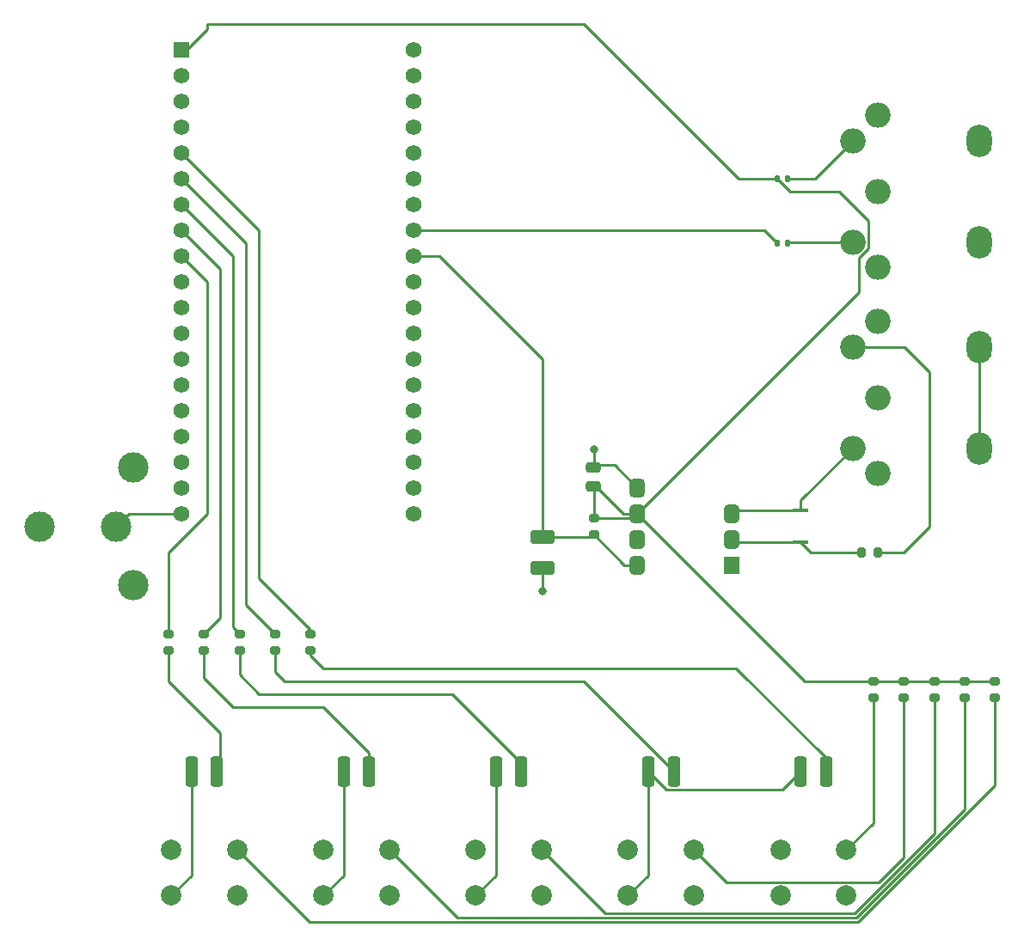
<source format=gbr>
%TF.GenerationSoftware,KiCad,Pcbnew,7.0.2-6a45011f42~172~ubuntu22.04.1*%
%TF.CreationDate,2023-05-17T15:22:17+02:00*%
%TF.ProjectId,midi,6d696469-2e6b-4696-9361-645f70636258,rev?*%
%TF.SameCoordinates,Original*%
%TF.FileFunction,Copper,L1,Top*%
%TF.FilePolarity,Positive*%
%FSLAX46Y46*%
G04 Gerber Fmt 4.6, Leading zero omitted, Abs format (unit mm)*
G04 Created by KiCad (PCBNEW 7.0.2-6a45011f42~172~ubuntu22.04.1) date 2023-05-17 15:22:17*
%MOMM*%
%LPD*%
G01*
G04 APERTURE LIST*
G04 Aperture macros list*
%AMRoundRect*
0 Rectangle with rounded corners*
0 $1 Rounding radius*
0 $2 $3 $4 $5 $6 $7 $8 $9 X,Y pos of 4 corners*
0 Add a 4 corners polygon primitive as box body*
4,1,4,$2,$3,$4,$5,$6,$7,$8,$9,$2,$3,0*
0 Add four circle primitives for the rounded corners*
1,1,$1+$1,$2,$3*
1,1,$1+$1,$4,$5*
1,1,$1+$1,$6,$7*
1,1,$1+$1,$8,$9*
0 Add four rect primitives between the rounded corners*
20,1,$1+$1,$2,$3,$4,$5,0*
20,1,$1+$1,$4,$5,$6,$7,0*
20,1,$1+$1,$6,$7,$8,$9,0*
20,1,$1+$1,$8,$9,$2,$3,0*%
G04 Aperture macros list end*
%TA.AperFunction,SMDPad,CuDef*%
%ADD10RoundRect,0.300000X0.300000X1.200000X-0.300000X1.200000X-0.300000X-1.200000X0.300000X-1.200000X0*%
%TD*%
%TA.AperFunction,ComponentPad*%
%ADD11C,2.000000*%
%TD*%
%TA.AperFunction,ComponentPad*%
%ADD12R,1.560000X1.560000*%
%TD*%
%TA.AperFunction,ComponentPad*%
%ADD13C,1.560000*%
%TD*%
%TA.AperFunction,SMDPad,CuDef*%
%ADD14RoundRect,0.100000X-0.650000X0.100000X-0.650000X-0.100000X0.650000X-0.100000X0.650000X0.100000X0*%
%TD*%
%TA.AperFunction,SMDPad,CuDef*%
%ADD15RoundRect,0.135000X-0.135000X-0.185000X0.135000X-0.185000X0.135000X0.185000X-0.135000X0.185000X0*%
%TD*%
%TA.AperFunction,SMDPad,CuDef*%
%ADD16R,1.520000X1.780000*%
%TD*%
%TA.AperFunction,SMDPad,CuDef*%
%ADD17RoundRect,0.380000X-0.380000X-0.510000X0.380000X-0.510000X0.380000X0.510000X-0.380000X0.510000X0*%
%TD*%
%TA.AperFunction,SMDPad,CuDef*%
%ADD18RoundRect,0.380000X-0.380000X-0.520000X0.380000X-0.520000X0.380000X0.520000X-0.380000X0.520000X0*%
%TD*%
%TA.AperFunction,ComponentPad*%
%ADD19O,2.500000X2.500000*%
%TD*%
%TA.AperFunction,ComponentPad*%
%ADD20O,2.500000X3.200000*%
%TD*%
%TA.AperFunction,SMDPad,CuDef*%
%ADD21RoundRect,0.200000X0.200000X0.275000X-0.200000X0.275000X-0.200000X-0.275000X0.200000X-0.275000X0*%
%TD*%
%TA.AperFunction,SMDPad,CuDef*%
%ADD22RoundRect,0.200000X-0.275000X0.200000X-0.275000X-0.200000X0.275000X-0.200000X0.275000X0.200000X0*%
%TD*%
%TA.AperFunction,SMDPad,CuDef*%
%ADD23RoundRect,0.135000X0.135000X0.185000X-0.135000X0.185000X-0.135000X-0.185000X0.135000X-0.185000X0*%
%TD*%
%TA.AperFunction,SMDPad,CuDef*%
%ADD24RoundRect,0.200000X0.275000X-0.200000X0.275000X0.200000X-0.275000X0.200000X-0.275000X-0.200000X0*%
%TD*%
%TA.AperFunction,SMDPad,CuDef*%
%ADD25RoundRect,0.250000X0.475000X-0.250000X0.475000X0.250000X-0.475000X0.250000X-0.475000X-0.250000X0*%
%TD*%
%TA.AperFunction,SMDPad,CuDef*%
%ADD26RoundRect,0.250000X-0.925000X0.412500X-0.925000X-0.412500X0.925000X-0.412500X0.925000X0.412500X0*%
%TD*%
%TA.AperFunction,ComponentPad*%
%ADD27C,3.000000*%
%TD*%
%TA.AperFunction,ComponentPad*%
%ADD28O,3.000000X3.000000*%
%TD*%
%TA.AperFunction,ViaPad*%
%ADD29C,0.800000*%
%TD*%
%TA.AperFunction,Conductor*%
%ADD30C,0.250000*%
%TD*%
G04 APERTURE END LIST*
D10*
%TO.P,LED2,1,K*%
%TO.N,GND*%
X33750000Y-80020000D03*
%TO.P,LED2,2,A*%
%TO.N,Net-(LED2-A)*%
X36250000Y-80010000D03*
%TD*%
D11*
%TO.P,SW5,1*%
%TO.N,GND*%
X76750000Y-92250000D03*
X83250000Y-92250000D03*
%TO.P,SW5,2*%
%TO.N,SW5*%
X76750000Y-87750000D03*
X83250000Y-87750000D03*
%TD*%
D12*
%TO.P,U1,J2-1,3V3*%
%TO.N,+3.3V*%
X17780000Y-8890000D03*
D13*
%TO.P,U1,J2-2,EN*%
%TO.N,unconnected-(U1-EN-PadJ2-2)*%
X17780000Y-11430000D03*
%TO.P,U1,J2-3,SENSOR_VP*%
%TO.N,unconnected-(U1-SENSOR_VP-PadJ2-3)*%
X17780000Y-13970000D03*
%TO.P,U1,J2-4,SENSOR_VN*%
%TO.N,unconnected-(U1-SENSOR_VN-PadJ2-4)*%
X17780000Y-16510000D03*
%TO.P,U1,J2-5,IO34*%
%TO.N,LED5*%
X17780000Y-19050000D03*
%TO.P,U1,J2-6,IO35*%
%TO.N,LED4*%
X17780000Y-21590000D03*
%TO.P,U1,J2-7,IO32*%
%TO.N,LED3*%
X17780000Y-24130000D03*
%TO.P,U1,J2-8,IO33*%
%TO.N,LED2*%
X17780000Y-26670000D03*
%TO.P,U1,J2-9,IO25*%
%TO.N,LED1*%
X17780000Y-29210000D03*
%TO.P,U1,J2-10,IO26*%
%TO.N,unconnected-(U1-IO26-PadJ2-10)*%
X17780000Y-31750000D03*
%TO.P,U1,J2-11,IO27*%
%TO.N,unconnected-(U1-IO27-PadJ2-11)*%
X17780000Y-34290000D03*
%TO.P,U1,J2-12,IO14*%
%TO.N,unconnected-(U1-IO14-PadJ2-12)*%
X17780000Y-36830000D03*
%TO.P,U1,J2-13,IO12*%
%TO.N,unconnected-(U1-IO12-PadJ2-13)*%
X17780000Y-39370000D03*
%TO.P,U1,J2-14,GND1*%
%TO.N,GND*%
X17780000Y-41910000D03*
%TO.P,U1,J2-15,IO13*%
%TO.N,unconnected-(U1-IO13-PadJ2-15)*%
X17780000Y-44450000D03*
%TO.P,U1,J2-16,SD2*%
%TO.N,unconnected-(U1-SD2-PadJ2-16)*%
X17780000Y-46990000D03*
%TO.P,U1,J2-17,SD3*%
%TO.N,unconnected-(U1-SD3-PadJ2-17)*%
X17780000Y-49530000D03*
%TO.P,U1,J2-18,CMD*%
%TO.N,unconnected-(U1-CMD-PadJ2-18)*%
X17780000Y-52070000D03*
%TO.P,U1,J2-19,EXT_5V*%
%TO.N,+5V*%
X17780000Y-54610000D03*
%TO.P,U1,J3-1,GND3*%
%TO.N,unconnected-(U1-GND3-PadJ3-1)*%
X40640000Y-8890000D03*
%TO.P,U1,J3-2,IO23*%
%TO.N,unconnected-(U1-IO23-PadJ3-2)*%
X40640000Y-11430000D03*
%TO.P,U1,J3-3,IO22*%
%TO.N,unconnected-(U1-IO22-PadJ3-3)*%
X40640000Y-13970000D03*
%TO.P,U1,J3-4,TXD0*%
%TO.N,unconnected-(U1-TXD0-PadJ3-4)*%
X40640000Y-16510000D03*
%TO.P,U1,J3-5,RXD0*%
%TO.N,unconnected-(U1-RXD0-PadJ3-5)*%
X40640000Y-19050000D03*
%TO.P,U1,J3-6,IO21*%
%TO.N,unconnected-(U1-IO21-PadJ3-6)*%
X40640000Y-21590000D03*
%TO.P,U1,J3-7,GND2*%
%TO.N,unconnected-(U1-GND2-PadJ3-7)*%
X40640000Y-24130000D03*
%TO.P,U1,J3-8,IO19*%
%TO.N,TX1*%
X40640000Y-26670000D03*
%TO.P,U1,J3-9,IO18*%
%TO.N,RX1*%
X40640000Y-29210000D03*
%TO.P,U1,J3-10,IO5*%
%TO.N,unconnected-(U1-IO5-PadJ3-10)*%
X40640000Y-31750000D03*
%TO.P,U1,J3-11,IO17*%
%TO.N,SW5*%
X40640000Y-34290000D03*
%TO.P,U1,J3-12,IO16*%
%TO.N,SW4*%
X40640000Y-36830000D03*
%TO.P,U1,J3-13,IO4*%
%TO.N,SW3*%
X40640000Y-39370000D03*
%TO.P,U1,J3-14,IO0*%
%TO.N,SW2*%
X40640000Y-41910000D03*
%TO.P,U1,J3-15,IO2*%
%TO.N,SW1*%
X40640000Y-44450000D03*
%TO.P,U1,J3-16,IO15*%
%TO.N,unconnected-(U1-IO15-PadJ3-16)*%
X40640000Y-46990000D03*
%TO.P,U1,J3-17,SD1*%
%TO.N,unconnected-(U1-SD1-PadJ3-17)*%
X40640000Y-49530000D03*
%TO.P,U1,J3-18,SD0*%
%TO.N,unconnected-(U1-SD0-PadJ3-18)*%
X40640000Y-52070000D03*
%TO.P,U1,J3-19,CLK*%
%TO.N,unconnected-(U1-CLK-PadJ3-19)*%
X40640000Y-54610000D03*
%TD*%
D14*
%TO.P,D1,1,A*%
%TO.N,Net-(D1-A)*%
X78740000Y-54330000D03*
%TO.P,D1,2,K*%
%TO.N,Net-(D1-K)*%
X78740000Y-57430000D03*
%TD*%
D15*
%TO.P,R14,1*%
%TO.N,TX1*%
X76450000Y-27940000D03*
%TO.P,R14,2*%
%TO.N,Net-(J1-Pad5)*%
X77470000Y-27940000D03*
%TD*%
D11*
%TO.P,SW2,1*%
%TO.N,GND*%
X31750000Y-92250000D03*
X38250000Y-92250000D03*
%TO.P,SW2,2*%
%TO.N,SW2*%
X31750000Y-87750000D03*
X38250000Y-87750000D03*
%TD*%
D16*
%TO.P,O1,1,NC*%
%TO.N,unconnected-(O1-NC-Pad1)*%
X71945000Y-59690000D03*
D17*
%TO.P,O1,2,A*%
%TO.N,Net-(D1-K)*%
X71945000Y-57150000D03*
%TO.P,O1,3,C*%
%TO.N,Net-(D1-A)*%
X71945000Y-54610000D03*
D18*
%TO.P,O1,5,GND*%
%TO.N,GND*%
X62675000Y-52070000D03*
D17*
%TO.P,O1,6,VO*%
%TO.N,+3.3V*%
X62675000Y-54610000D03*
%TO.P,O1,7,EN*%
%TO.N,unconnected-(O1-EN-Pad7)*%
X62675000Y-57150000D03*
%TO.P,O1,8,VCC*%
%TO.N,RX1*%
X62675000Y-59690000D03*
%TD*%
D19*
%TO.P,M1,1*%
%TO.N,unconnected-(M1-Pad1)*%
X86360000Y-35680000D03*
D20*
%TO.P,M1,2*%
%TO.N,unconnected-(M1-Pad2)*%
X96360000Y-48180000D03*
D19*
X86360000Y-43180000D03*
D20*
X96360000Y-38180000D03*
D19*
%TO.P,M1,3*%
%TO.N,unconnected-(M1-Pad3)*%
X86360000Y-50680000D03*
%TO.P,M1,4*%
%TO.N,Net-(M1-Pad4)*%
X83860000Y-38180000D03*
%TO.P,M1,5*%
%TO.N,Net-(D1-A)*%
X83860000Y-48180000D03*
%TD*%
D21*
%TO.P,R1,1*%
%TO.N,Net-(M1-Pad4)*%
X86360000Y-58420000D03*
%TO.P,R1,2*%
%TO.N,Net-(D1-K)*%
X84710000Y-58420000D03*
%TD*%
D11*
%TO.P,SW4,1*%
%TO.N,GND*%
X61750000Y-92250000D03*
X68250000Y-92250000D03*
%TO.P,SW4,2*%
%TO.N,SW4*%
X61750000Y-87750000D03*
X68250000Y-87750000D03*
%TD*%
D10*
%TO.P,LED1,1,K*%
%TO.N,GND*%
X18750000Y-80020000D03*
%TO.P,LED1,2,A*%
%TO.N,Net-(LED1-A)*%
X21250000Y-80010000D03*
%TD*%
D22*
%TO.P,R8,1*%
%TO.N,LED1*%
X16510000Y-66485000D03*
%TO.P,R8,2*%
%TO.N,Net-(LED1-A)*%
X16510000Y-68135000D03*
%TD*%
%TO.P,R12,1*%
%TO.N,LED5*%
X30510000Y-66485000D03*
%TO.P,R12,2*%
%TO.N,Net-(LED5-A)*%
X30510000Y-68135000D03*
%TD*%
D23*
%TO.P,R13,1*%
%TO.N,Net-(J1-Pad4)*%
X77470000Y-21590000D03*
%TO.P,R13,2*%
%TO.N,+3.3V*%
X76450000Y-21590000D03*
%TD*%
D10*
%TO.P,LED3,1,K*%
%TO.N,GND*%
X48750000Y-80020000D03*
%TO.P,LED3,2,A*%
%TO.N,Net-(LED3-A)*%
X51250000Y-80010000D03*
%TD*%
D24*
%TO.P,R2,1*%
%TO.N,RX1*%
X58420000Y-56705000D03*
%TO.P,R2,2*%
%TO.N,+3.3V*%
X58420000Y-55055000D03*
%TD*%
D11*
%TO.P,SW3,1*%
%TO.N,GND*%
X46750000Y-92250000D03*
X53250000Y-92250000D03*
%TO.P,SW3,2*%
%TO.N,SW3*%
X46750000Y-87750000D03*
X53250000Y-87750000D03*
%TD*%
D22*
%TO.P,R10,1*%
%TO.N,LED3*%
X23510000Y-66485000D03*
%TO.P,R10,2*%
%TO.N,Net-(LED3-A)*%
X23510000Y-68135000D03*
%TD*%
D10*
%TO.P,LED4,1,K*%
%TO.N,GND*%
X63750000Y-80020000D03*
%TO.P,LED4,2,A*%
%TO.N,Net-(LED4-A)*%
X66250000Y-80010000D03*
%TD*%
D19*
%TO.P,J1,1*%
%TO.N,unconnected-(J1-Pad1)*%
X86360000Y-15360000D03*
D20*
%TO.P,J1,2*%
%TO.N,GND*%
X96360000Y-27860000D03*
D19*
X86360000Y-22860000D03*
D20*
X96360000Y-17860000D03*
D19*
%TO.P,J1,3*%
%TO.N,unconnected-(J1-Pad3)*%
X86360000Y-30360000D03*
%TO.P,J1,4*%
%TO.N,Net-(J1-Pad4)*%
X83860000Y-17860000D03*
%TO.P,J1,5*%
%TO.N,Net-(J1-Pad5)*%
X83860000Y-27860000D03*
%TD*%
D22*
%TO.P,R3,1*%
%TO.N,+3.3V*%
X97900000Y-71120000D03*
%TO.P,R3,2*%
%TO.N,SW1*%
X97900000Y-72770000D03*
%TD*%
%TO.P,R4,1*%
%TO.N,+3.3V*%
X94900000Y-71120000D03*
%TO.P,R4,2*%
%TO.N,SW2*%
X94900000Y-72770000D03*
%TD*%
%TO.P,R9,1*%
%TO.N,LED2*%
X20010000Y-66485000D03*
%TO.P,R9,2*%
%TO.N,Net-(LED2-A)*%
X20010000Y-68135000D03*
%TD*%
%TO.P,R5,1*%
%TO.N,+3.3V*%
X91900000Y-71120000D03*
%TO.P,R5,2*%
%TO.N,SW3*%
X91900000Y-72770000D03*
%TD*%
D25*
%TO.P,15pF1,1*%
%TO.N,+3.3V*%
X58370000Y-51930000D03*
%TO.P,15pF1,2*%
%TO.N,GND*%
X58370000Y-50030000D03*
%TD*%
D26*
%TO.P,C1,1*%
%TO.N,RX1*%
X53340000Y-56882500D03*
%TO.P,C1,2*%
%TO.N,GND*%
X53340000Y-59957500D03*
%TD*%
D11*
%TO.P,SW1,1*%
%TO.N,GND*%
X16750000Y-92250000D03*
X23250000Y-92250000D03*
%TO.P,SW1,2*%
%TO.N,SW1*%
X16750000Y-87750000D03*
X23250000Y-87750000D03*
%TD*%
D22*
%TO.P,R11,1*%
%TO.N,LED4*%
X27010000Y-66485000D03*
%TO.P,R11,2*%
%TO.N,Net-(LED4-A)*%
X27010000Y-68135000D03*
%TD*%
%TO.P,R7,1*%
%TO.N,+3.3V*%
X85900000Y-71120000D03*
%TO.P,R7,2*%
%TO.N,SW5*%
X85900000Y-72770000D03*
%TD*%
D27*
%TO.P,P1,1,Pin_1*%
%TO.N,+5V*%
X11310000Y-55880000D03*
%TO.P,P1,2,Pin_2*%
%TO.N,GND*%
X13010000Y-50080000D03*
X3810000Y-55880000D03*
D28*
X13010000Y-61680000D03*
%TD*%
D22*
%TO.P,R6,1*%
%TO.N,+3.3V*%
X88900000Y-71120000D03*
%TO.P,R6,2*%
%TO.N,SW4*%
X88900000Y-72770000D03*
%TD*%
D10*
%TO.P,LED5,1,K*%
%TO.N,GND*%
X78750000Y-80020000D03*
%TO.P,LED5,2,A*%
%TO.N,Net-(LED5-A)*%
X81250000Y-80010000D03*
%TD*%
D29*
%TO.N,GND*%
X53340000Y-62230000D03*
X58420000Y-48260000D03*
%TD*%
D30*
%TO.N,GND*%
X18750000Y-90250000D02*
X16750000Y-92250000D01*
X18750000Y-80020000D02*
X18750000Y-90250000D01*
X53340000Y-59957500D02*
X53340000Y-62230000D01*
X76935000Y-81835000D02*
X65565000Y-81835000D01*
X33750000Y-80020000D02*
X33750000Y-90250000D01*
X60455000Y-49850000D02*
X58420000Y-49850000D01*
X33750000Y-90250000D02*
X31750000Y-92250000D01*
X58420000Y-49850000D02*
X58420000Y-48260000D01*
X63750000Y-80020000D02*
X63750000Y-90250000D01*
X62675000Y-52070000D02*
X60455000Y-49850000D01*
X78750000Y-80020000D02*
X76935000Y-81835000D01*
X63750000Y-90250000D02*
X61750000Y-92250000D01*
X65565000Y-81835000D02*
X63750000Y-80020000D01*
X48750000Y-90250000D02*
X46750000Y-92250000D01*
X48750000Y-80020000D02*
X48750000Y-90250000D01*
%TO.N,RX1*%
X53340000Y-56882500D02*
X53340000Y-39370000D01*
X62675000Y-59690000D02*
X61405000Y-59690000D01*
X58242500Y-56882500D02*
X53340000Y-56882500D01*
X58420000Y-56705000D02*
X58242500Y-56882500D01*
X43180000Y-29210000D02*
X40640000Y-29210000D01*
X61405000Y-59690000D02*
X58420000Y-56705000D01*
X53340000Y-39370000D02*
X43180000Y-29210000D01*
%TO.N,Net-(D1-A)*%
X78740000Y-53300000D02*
X78740000Y-54330000D01*
X78740000Y-54330000D02*
X72225000Y-54330000D01*
X72225000Y-54330000D02*
X71945000Y-54610000D01*
X83860000Y-48180000D02*
X78740000Y-53300000D01*
%TO.N,Net-(D1-K)*%
X79730000Y-58420000D02*
X78740000Y-57430000D01*
X72225000Y-57430000D02*
X71945000Y-57150000D01*
X84710000Y-58420000D02*
X79730000Y-58420000D01*
X78740000Y-57430000D02*
X72225000Y-57430000D01*
%TO.N,+3.3V*%
X20320000Y-6350000D02*
X57400000Y-6350000D01*
X62675000Y-54610000D02*
X79185000Y-71120000D01*
X20320000Y-6910000D02*
X20320000Y-6350000D01*
X62230000Y-55055000D02*
X62675000Y-54610000D01*
X58420000Y-55055000D02*
X62230000Y-55055000D01*
X57400000Y-6350000D02*
X72640000Y-21590000D01*
X61280000Y-54610000D02*
X62675000Y-54610000D01*
X91900000Y-71120000D02*
X88900000Y-71120000D01*
X85435000Y-28512387D02*
X85435000Y-25745000D01*
X94900000Y-71120000D02*
X91900000Y-71120000D01*
X72640000Y-21590000D02*
X76450000Y-21590000D01*
X58420000Y-55055000D02*
X58420000Y-51750000D01*
X17780000Y-9450000D02*
X20320000Y-6910000D01*
X62675000Y-54610000D02*
X84512387Y-32772613D01*
X84512387Y-32772613D02*
X84512387Y-29435000D01*
X88900000Y-71120000D02*
X85900000Y-71120000D01*
X58420000Y-51750000D02*
X61280000Y-54610000D01*
X97900000Y-71120000D02*
X94900000Y-71120000D01*
X82550000Y-22860000D02*
X77720000Y-22860000D01*
X85435000Y-25745000D02*
X82550000Y-22860000D01*
X77720000Y-22860000D02*
X76450000Y-21590000D01*
X84512387Y-29435000D02*
X85435000Y-28512387D01*
X79185000Y-71120000D02*
X85900000Y-71120000D01*
%TO.N,unconnected-(M1-Pad2)*%
X96360000Y-38180000D02*
X96360000Y-48180000D01*
%TO.N,Net-(M1-Pad4)*%
X91440000Y-40640000D02*
X91440000Y-55880000D01*
X91440000Y-55880000D02*
X88900000Y-58420000D01*
X88900000Y-58420000D02*
X86360000Y-58420000D01*
X88980000Y-38180000D02*
X91440000Y-40640000D01*
X83860000Y-38180000D02*
X88980000Y-38180000D01*
%TO.N,SW1*%
X97900000Y-72770000D02*
X97900000Y-81383021D01*
X97900000Y-81383021D02*
X84403021Y-94880000D01*
X84403021Y-94880000D02*
X30380000Y-94880000D01*
X30380000Y-94880000D02*
X23250000Y-87750000D01*
%TO.N,LED1*%
X16510000Y-58420000D02*
X20320000Y-54610000D01*
X16510000Y-66485000D02*
X16510000Y-58420000D01*
X20320000Y-31750000D02*
X17780000Y-29210000D01*
X20320000Y-54610000D02*
X20320000Y-31750000D01*
%TO.N,SW2*%
X94900000Y-83746625D02*
X84216625Y-94430000D01*
X44930000Y-94430000D02*
X38250000Y-87750000D01*
X84216625Y-94430000D02*
X44930000Y-94430000D01*
X94900000Y-72770000D02*
X94900000Y-83746625D01*
%TO.N,LED2*%
X21590000Y-30480000D02*
X17780000Y-26670000D01*
X20010000Y-66485000D02*
X21590000Y-64905000D01*
X21590000Y-64905000D02*
X21590000Y-30480000D01*
%TO.N,SW3*%
X84030229Y-93980000D02*
X59480000Y-93980000D01*
X91900000Y-86110229D02*
X84030229Y-93980000D01*
X59480000Y-93980000D02*
X53250000Y-87750000D01*
X91900000Y-72770000D02*
X91900000Y-86110229D01*
%TO.N,LED3*%
X22860000Y-65835000D02*
X22860000Y-29210000D01*
X23510000Y-66485000D02*
X22860000Y-65835000D01*
X22860000Y-29210000D02*
X17780000Y-24130000D01*
%TO.N,SW4*%
X88900000Y-88473833D02*
X86448833Y-90925000D01*
X86448833Y-90925000D02*
X71425000Y-90925000D01*
X88900000Y-72770000D02*
X88900000Y-88473833D01*
X71425000Y-90925000D02*
X68250000Y-87750000D01*
%TO.N,LED4*%
X27010000Y-66485000D02*
X24130000Y-63605000D01*
X24130000Y-63605000D02*
X24130000Y-27940000D01*
X24130000Y-27940000D02*
X17780000Y-21590000D01*
%TO.N,SW5*%
X85900000Y-85100000D02*
X83250000Y-87750000D01*
X85900000Y-72770000D02*
X85900000Y-85100000D01*
%TO.N,LED5*%
X30510000Y-66070000D02*
X25400000Y-60960000D01*
X25400000Y-60960000D02*
X25400000Y-26670000D01*
X30510000Y-66485000D02*
X30510000Y-66070000D01*
X25400000Y-26670000D02*
X17780000Y-19050000D01*
%TO.N,TX1*%
X76450000Y-27940000D02*
X75180000Y-26670000D01*
X75180000Y-26670000D02*
X40640000Y-26670000D01*
%TO.N,Net-(J1-Pad4)*%
X80130000Y-21590000D02*
X77470000Y-21590000D01*
X83860000Y-17860000D02*
X80130000Y-21590000D01*
%TO.N,Net-(J1-Pad5)*%
X77550000Y-27860000D02*
X77470000Y-27940000D01*
X83860000Y-27860000D02*
X77550000Y-27860000D01*
%TO.N,Net-(LED1-A)*%
X16510000Y-71120000D02*
X21590000Y-76200000D01*
X16510000Y-68135000D02*
X16510000Y-71120000D01*
X21590000Y-79670000D02*
X21250000Y-80010000D01*
X21590000Y-76200000D02*
X21590000Y-79670000D01*
%TO.N,Net-(LED2-A)*%
X31750000Y-73660000D02*
X36250000Y-78160000D01*
X22860000Y-73660000D02*
X31750000Y-73660000D01*
X20010000Y-70810000D02*
X22860000Y-73660000D01*
X20010000Y-68135000D02*
X20010000Y-70810000D01*
X36250000Y-78160000D02*
X36250000Y-80010000D01*
%TO.N,Net-(LED3-A)*%
X44450000Y-72390000D02*
X51250000Y-79190000D01*
X51250000Y-79190000D02*
X51250000Y-80010000D01*
X23510000Y-70500000D02*
X25400000Y-72390000D01*
X25400000Y-72390000D02*
X44450000Y-72390000D01*
X23510000Y-68135000D02*
X23510000Y-70500000D01*
%TO.N,Net-(LED4-A)*%
X57360000Y-71120000D02*
X66250000Y-80010000D01*
X27010000Y-68135000D02*
X27010000Y-70190000D01*
X27010000Y-70190000D02*
X27940000Y-71120000D01*
X27940000Y-71120000D02*
X57360000Y-71120000D01*
%TO.N,Net-(LED5-A)*%
X30480000Y-68165000D02*
X30480000Y-68580000D01*
X72390000Y-69850000D02*
X81250000Y-78710000D01*
X31750000Y-69850000D02*
X72390000Y-69850000D01*
X30510000Y-68135000D02*
X30480000Y-68165000D01*
X81250000Y-78710000D02*
X81250000Y-80010000D01*
X30480000Y-68580000D02*
X31750000Y-69850000D01*
%TO.N,+5V*%
X12580000Y-54610000D02*
X11310000Y-55880000D01*
X17780000Y-54610000D02*
X12580000Y-54610000D01*
%TD*%
M02*

</source>
